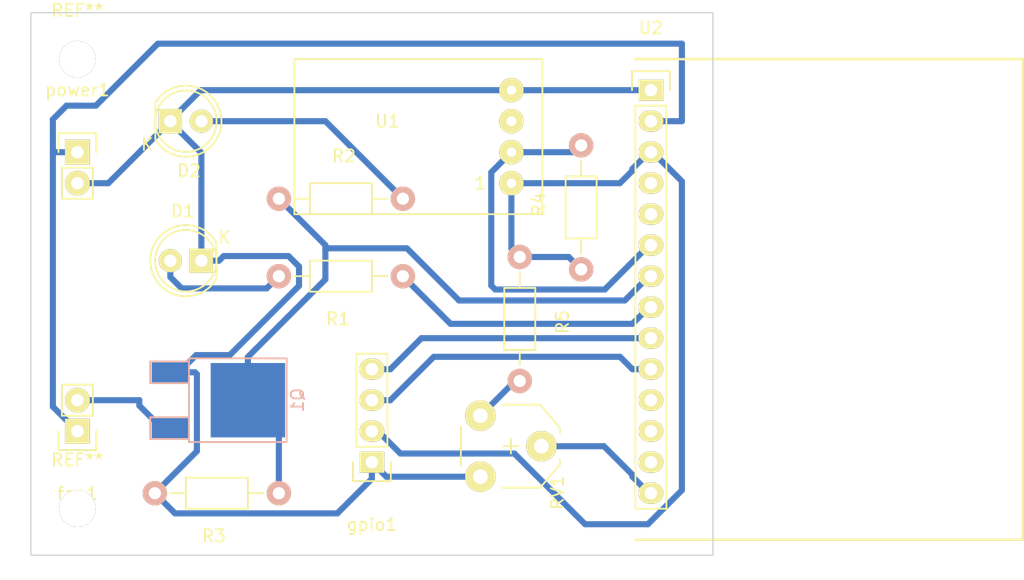
<source format=kicad_pcb>
(kicad_pcb (version 4) (host pcbnew 4.0.4+e1-6308~48~ubuntu14.04.1-stable)

  (general
    (links 0)
    (no_connects 0)
    (area 134.466667 90.119999 217.270001 134.670001)
    (thickness 1.6)
    (drawings 7)
    (tracks 116)
    (zones 0)
    (modules 16)
    (nets 14)
  )

  (page A4)
  (layers
    (0 F.Cu signal)
    (31 B.Cu signal)
    (32 B.Adhes user)
    (33 F.Adhes user)
    (34 B.Paste user)
    (35 F.Paste user)
    (36 B.SilkS user)
    (37 F.SilkS user)
    (38 B.Mask user)
    (39 F.Mask user)
    (40 Dwgs.User user)
    (41 Cmts.User user)
    (42 Eco1.User user)
    (43 Eco2.User user)
    (44 Edge.Cuts user)
    (45 Margin user)
    (46 B.CrtYd user)
    (47 F.CrtYd user)
    (48 B.Fab user)
    (49 F.Fab user)
  )

  (setup
    (last_trace_width 0.5)
    (trace_clearance 0.4)
    (zone_clearance 0.508)
    (zone_45_only no)
    (trace_min 0.2)
    (segment_width 0.2)
    (edge_width 0.1)
    (via_size 1.5)
    (via_drill 0.8)
    (via_min_size 0.4)
    (via_min_drill 0.3)
    (uvia_size 0.3)
    (uvia_drill 0.1)
    (uvias_allowed no)
    (uvia_min_size 0.2)
    (uvia_min_drill 0.1)
    (pcb_text_width 0.3)
    (pcb_text_size 1.5 1.5)
    (mod_edge_width 0.15)
    (mod_text_size 1 1)
    (mod_text_width 0.15)
    (pad_size 2 2)
    (pad_drill 0.762)
    (pad_to_mask_clearance 0)
    (aux_axis_origin 0 0)
    (visible_elements FFFFFF7F)
    (pcbplotparams
      (layerselection 0x01000_80000000)
      (usegerberextensions false)
      (excludeedgelayer true)
      (linewidth 0.100000)
      (plotframeref false)
      (viasonmask false)
      (mode 1)
      (useauxorigin false)
      (hpglpennumber 1)
      (hpglpenspeed 20)
      (hpglpendiameter 15)
      (hpglpenoverlay 2)
      (psnegative false)
      (psa4output false)
      (plotreference true)
      (plotvalue true)
      (plotinvisibletext false)
      (padsonsilk false)
      (subtractmaskfromsilk false)
      (outputformat 1)
      (mirror false)
      (drillshape 0)
      (scaleselection 1)
      (outputdirectory fab/))
  )

  (net 0 "")
  (net 1 Earth)
  (net 2 "Net-(D1-Pad2)")
  (net 3 "Net-(D2-Pad2)")
  (net 4 +12V)
  (net 5 +3V3)
  (net 6 /fan)
  (net 7 /status)
  (net 8 /dht11-data)
  (net 9 "Net-(R5-Pad2)")
  (net 10 "Net-(RV1-Pad2)")
  (net 11 "Net-(Q1-Pad1)")
  (net 12 "Net-(U2-Pad10)")
  (net 13 "Net-(U2-Pad9)")

  (net_class Default "This is the default net class."
    (clearance 0.4)
    (trace_width 0.5)
    (via_dia 1.5)
    (via_drill 0.8)
    (uvia_dia 0.3)
    (uvia_drill 0.1)
    (add_net +12V)
    (add_net +3V3)
    (add_net /dht11-data)
    (add_net /fan)
    (add_net /status)
    (add_net Earth)
    (add_net "Net-(D1-Pad2)")
    (add_net "Net-(D2-Pad2)")
    (add_net "Net-(Q1-Pad1)")
    (add_net "Net-(R5-Pad2)")
    (add_net "Net-(RV1-Pad2)")
    (add_net "Net-(U2-Pad10)")
    (add_net "Net-(U2-Pad9)")
  )

  (module Mounting_Holes:MountingHole_3mm (layer F.Cu) (tedit 0) (tstamp 57E63708)
    (at 139.7 130.81)
    (descr "Mounting hole, Befestigungsbohrung, 3mm, No Annular, Kein Restring,")
    (tags "Mounting hole, Befestigungsbohrung, 3mm, No Annular, Kein Restring,")
    (fp_text reference REF** (at 0 -4.0005) (layer F.SilkS)
      (effects (font (size 1 1) (thickness 0.15)))
    )
    (fp_text value MountingHole_3mm (at 1.00076 5.00126) (layer F.Fab)
      (effects (font (size 1 1) (thickness 0.15)))
    )
    (fp_circle (center 0 0) (end 3 0) (layer Cmts.User) (width 0.381))
    (pad 1 thru_hole circle (at 0 0) (size 3 3) (drill 3) (layers))
  )

  (module Resistors_ThroughHole:Resistor_Horizontal_RM10mm (layer F.Cu) (tedit 53F56209) (tstamp 57E12041)
    (at 175.9458 115.2652 270)
    (descr "Resistor, Axial,  RM 10mm, 1/3W,")
    (tags "Resistor, Axial, RM 10mm, 1/3W,")
    (path /57E12192)
    (fp_text reference R5 (at 0.24892 -3.50012 270) (layer F.SilkS)
      (effects (font (size 1 1) (thickness 0.15)))
    )
    (fp_text value R (at 3.81 3.81 270) (layer F.Fab)
      (effects (font (size 1 1) (thickness 0.15)))
    )
    (fp_line (start -2.54 -1.27) (end 2.54 -1.27) (layer F.SilkS) (width 0.15))
    (fp_line (start 2.54 -1.27) (end 2.54 1.27) (layer F.SilkS) (width 0.15))
    (fp_line (start 2.54 1.27) (end -2.54 1.27) (layer F.SilkS) (width 0.15))
    (fp_line (start -2.54 1.27) (end -2.54 -1.27) (layer F.SilkS) (width 0.15))
    (fp_line (start -2.54 0) (end -3.81 0) (layer F.SilkS) (width 0.15))
    (fp_line (start 2.54 0) (end 3.81 0) (layer F.SilkS) (width 0.15))
    (pad 1 thru_hole circle (at -5.08 0 270) (size 1.99898 1.99898) (drill 1.00076) (layers *.Cu *.SilkS *.Mask)
      (net 5 +3V3))
    (pad 2 thru_hole circle (at 5.08 0 270) (size 1.99898 1.99898) (drill 1.00076) (layers *.Cu *.SilkS *.Mask)
      (net 9 "Net-(R5-Pad2)"))
    (model Resistors_ThroughHole.3dshapes/Resistor_Horizontal_RM10mm.wrl
      (at (xyz 0 0 0))
      (scale (xyz 0.4 0.4 0.4))
      (rotate (xyz 0 0 0))
    )
  )

  (module Resistors_ThroughHole:Resistor_Horizontal_RM10mm (layer F.Cu) (tedit 53F56209) (tstamp 57E12035)
    (at 180.975 106.1212 90)
    (descr "Resistor, Axial,  RM 10mm, 1/3W,")
    (tags "Resistor, Axial, RM 10mm, 1/3W,")
    (path /57E123CE)
    (fp_text reference R4 (at 0.24892 -3.50012 90) (layer F.SilkS)
      (effects (font (size 1 1) (thickness 0.15)))
    )
    (fp_text value R (at 3.81 3.81 90) (layer F.Fab)
      (effects (font (size 1 1) (thickness 0.15)))
    )
    (fp_line (start -2.54 -1.27) (end 2.54 -1.27) (layer F.SilkS) (width 0.15))
    (fp_line (start 2.54 -1.27) (end 2.54 1.27) (layer F.SilkS) (width 0.15))
    (fp_line (start 2.54 1.27) (end -2.54 1.27) (layer F.SilkS) (width 0.15))
    (fp_line (start -2.54 1.27) (end -2.54 -1.27) (layer F.SilkS) (width 0.15))
    (fp_line (start -2.54 0) (end -3.81 0) (layer F.SilkS) (width 0.15))
    (fp_line (start 2.54 0) (end 3.81 0) (layer F.SilkS) (width 0.15))
    (pad 1 thru_hole circle (at -5.08 0 90) (size 1.99898 1.99898) (drill 1.00076) (layers *.Cu *.SilkS *.Mask)
      (net 5 +3V3))
    (pad 2 thru_hole circle (at 5.08 0 90) (size 1.99898 1.99898) (drill 1.00076) (layers *.Cu *.SilkS *.Mask)
      (net 8 /dht11-data))
    (model Resistors_ThroughHole.3dshapes/Resistor_Horizontal_RM10mm.wrl
      (at (xyz 0 0 0))
      (scale (xyz 0.4 0.4 0.4))
      (rotate (xyz 0 0 0))
    )
  )

  (module LEDs:LED-5MM (layer F.Cu) (tedit 5570F7EA) (tstamp 57E11FB2)
    (at 149.86 110.49 180)
    (descr "LED 5mm round vertical")
    (tags "LED 5mm round vertical")
    (path /57E11B9A)
    (fp_text reference D1 (at 1.524 4.064 180) (layer F.SilkS)
      (effects (font (size 1 1) (thickness 0.15)))
    )
    (fp_text value LED (at 1.524 -3.937 180) (layer F.Fab)
      (effects (font (size 1 1) (thickness 0.15)))
    )
    (fp_line (start -1.5 -1.55) (end -1.5 1.55) (layer F.CrtYd) (width 0.05))
    (fp_arc (start 1.3 0) (end -1.5 1.55) (angle -302) (layer F.CrtYd) (width 0.05))
    (fp_arc (start 1.27 0) (end -1.23 -1.5) (angle 297.5) (layer F.SilkS) (width 0.15))
    (fp_line (start -1.23 1.5) (end -1.23 -1.5) (layer F.SilkS) (width 0.15))
    (fp_circle (center 1.27 0) (end 0.97 -2.5) (layer F.SilkS) (width 0.15))
    (fp_text user K (at -1.905 1.905 180) (layer F.SilkS)
      (effects (font (size 1 1) (thickness 0.15)))
    )
    (pad 1 thru_hole rect (at 0 0 270) (size 2 1.9) (drill 1.00076) (layers *.Cu *.Mask F.SilkS)
      (net 1 Earth))
    (pad 2 thru_hole circle (at 2.54 0 180) (size 1.9 1.9) (drill 1.00076) (layers *.Cu *.Mask F.SilkS)
      (net 2 "Net-(D1-Pad2)"))
    (model LEDs.3dshapes/LED-5MM.wrl
      (at (xyz 0.05 0 0))
      (scale (xyz 1 1 1))
      (rotate (xyz 0 0 90))
    )
  )

  (module LEDs:LED-5MM (layer F.Cu) (tedit 5570F7EA) (tstamp 57E11FBE)
    (at 147.32 99.06)
    (descr "LED 5mm round vertical")
    (tags "LED 5mm round vertical")
    (path /57E11B2E)
    (fp_text reference D2 (at 1.524 4.064) (layer F.SilkS)
      (effects (font (size 1 1) (thickness 0.15)))
    )
    (fp_text value LED (at 1.524 -3.937) (layer F.Fab)
      (effects (font (size 1 1) (thickness 0.15)))
    )
    (fp_line (start -1.5 -1.55) (end -1.5 1.55) (layer F.CrtYd) (width 0.05))
    (fp_arc (start 1.3 0) (end -1.5 1.55) (angle -302) (layer F.CrtYd) (width 0.05))
    (fp_arc (start 1.27 0) (end -1.23 -1.5) (angle 297.5) (layer F.SilkS) (width 0.15))
    (fp_line (start -1.23 1.5) (end -1.23 -1.5) (layer F.SilkS) (width 0.15))
    (fp_circle (center 1.27 0) (end 0.97 -2.5) (layer F.SilkS) (width 0.15))
    (fp_text user K (at -1.905 1.905) (layer F.SilkS)
      (effects (font (size 1 1) (thickness 0.15)))
    )
    (pad 1 thru_hole rect (at 0 0 90) (size 2 1.9) (drill 1.00076) (layers *.Cu *.Mask F.SilkS)
      (net 1 Earth))
    (pad 2 thru_hole circle (at 2.54 0) (size 1.9 1.9) (drill 1.00076) (layers *.Cu *.Mask F.SilkS)
      (net 3 "Net-(D2-Pad2)"))
    (model LEDs.3dshapes/LED-5MM.wrl
      (at (xyz 0.05 0 0))
      (scale (xyz 1 1 1))
      (rotate (xyz 0 0 90))
    )
  )

  (module TO_SOT_Packages_SMD:TO-252-2Lead (layer B.Cu) (tedit 0) (tstamp 57E12005)
    (at 147.32 121.92 90)
    (descr "DPAK / TO-252 2-lead smd package")
    (tags "dpak TO-252")
    (path /57E11AD9)
    (attr smd)
    (fp_text reference Q1 (at 0 10.414 90) (layer B.SilkS)
      (effects (font (size 1 1) (thickness 0.15)) (justify mirror))
    )
    (fp_text value IRLR3715ZPBF (at 0 2.413 90) (layer B.Fab)
      (effects (font (size 1 1) (thickness 0.15)) (justify mirror))
    )
    (fp_line (start 1.397 1.524) (end 1.397 -1.651) (layer B.SilkS) (width 0.15))
    (fp_line (start 1.397 -1.651) (end 3.175 -1.651) (layer B.SilkS) (width 0.15))
    (fp_line (start 3.175 -1.651) (end 3.175 1.524) (layer B.SilkS) (width 0.15))
    (fp_line (start -3.175 1.524) (end -3.175 -1.651) (layer B.SilkS) (width 0.15))
    (fp_line (start -3.175 -1.651) (end -1.397 -1.651) (layer B.SilkS) (width 0.15))
    (fp_line (start -1.397 -1.651) (end -1.397 1.524) (layer B.SilkS) (width 0.15))
    (fp_line (start 3.429 7.62) (end 3.429 1.524) (layer B.SilkS) (width 0.15))
    (fp_line (start 3.429 1.524) (end -3.429 1.524) (layer B.SilkS) (width 0.15))
    (fp_line (start -3.429 1.524) (end -3.429 9.398) (layer B.SilkS) (width 0.15))
    (fp_line (start -3.429 9.525) (end 3.429 9.525) (layer B.SilkS) (width 0.15))
    (fp_line (start 3.429 9.398) (end 3.429 7.62) (layer B.SilkS) (width 0.15))
    (pad 1 smd rect (at -2.286 0 90) (size 1.651 3.048) (layers B.Cu B.Paste B.Mask)
      (net 11 "Net-(Q1-Pad1)"))
    (pad 2 smd rect (at 0 6.35 90) (size 6.096 6.096) (layers B.Cu B.Paste B.Mask)
      (net 6 /fan))
    (pad 3 smd rect (at 2.286 0 90) (size 1.651 3.048) (layers B.Cu B.Paste B.Mask)
      (net 1 Earth))
    (model TO_SOT_Packages_SMD.3dshapes/TO-252-2Lead.wrl
      (at (xyz 0 0 0))
      (scale (xyz 1 1 1))
      (rotate (xyz 0 0 0))
    )
  )

  (module Resistors_ThroughHole:Resistor_Horizontal_RM10mm (layer F.Cu) (tedit 53F56209) (tstamp 57E12011)
    (at 161.29 111.76 180)
    (descr "Resistor, Axial,  RM 10mm, 1/3W,")
    (tags "Resistor, Axial, RM 10mm, 1/3W,")
    (path /57E12071)
    (fp_text reference R1 (at 0.24892 -3.50012 180) (layer F.SilkS)
      (effects (font (size 1 1) (thickness 0.15)))
    )
    (fp_text value R (at 3.81 3.81 180) (layer F.Fab)
      (effects (font (size 1 1) (thickness 0.15)))
    )
    (fp_line (start -2.54 -1.27) (end 2.54 -1.27) (layer F.SilkS) (width 0.15))
    (fp_line (start 2.54 -1.27) (end 2.54 1.27) (layer F.SilkS) (width 0.15))
    (fp_line (start 2.54 1.27) (end -2.54 1.27) (layer F.SilkS) (width 0.15))
    (fp_line (start -2.54 1.27) (end -2.54 -1.27) (layer F.SilkS) (width 0.15))
    (fp_line (start -2.54 0) (end -3.81 0) (layer F.SilkS) (width 0.15))
    (fp_line (start 2.54 0) (end 3.81 0) (layer F.SilkS) (width 0.15))
    (pad 1 thru_hole circle (at -5.08 0 180) (size 1.99898 1.99898) (drill 1.00076) (layers *.Cu *.SilkS *.Mask)
      (net 7 /status))
    (pad 2 thru_hole circle (at 5.08 0 180) (size 1.99898 1.99898) (drill 1.00076) (layers *.Cu *.SilkS *.Mask)
      (net 2 "Net-(D1-Pad2)"))
    (model Resistors_ThroughHole.3dshapes/Resistor_Horizontal_RM10mm.wrl
      (at (xyz 0 0 0))
      (scale (xyz 0.4 0.4 0.4))
      (rotate (xyz 0 0 0))
    )
  )

  (module Resistors_ThroughHole:Resistor_Horizontal_RM10mm (layer F.Cu) (tedit 53F56209) (tstamp 57E1201D)
    (at 161.29 105.41)
    (descr "Resistor, Axial,  RM 10mm, 1/3W,")
    (tags "Resistor, Axial, RM 10mm, 1/3W,")
    (path /57E12108)
    (fp_text reference R2 (at 0.24892 -3.50012) (layer F.SilkS)
      (effects (font (size 1 1) (thickness 0.15)))
    )
    (fp_text value R (at 3.81 3.81) (layer F.Fab)
      (effects (font (size 1 1) (thickness 0.15)))
    )
    (fp_line (start -2.54 -1.27) (end 2.54 -1.27) (layer F.SilkS) (width 0.15))
    (fp_line (start 2.54 -1.27) (end 2.54 1.27) (layer F.SilkS) (width 0.15))
    (fp_line (start 2.54 1.27) (end -2.54 1.27) (layer F.SilkS) (width 0.15))
    (fp_line (start -2.54 1.27) (end -2.54 -1.27) (layer F.SilkS) (width 0.15))
    (fp_line (start -2.54 0) (end -3.81 0) (layer F.SilkS) (width 0.15))
    (fp_line (start 2.54 0) (end 3.81 0) (layer F.SilkS) (width 0.15))
    (pad 1 thru_hole circle (at -5.08 0) (size 1.99898 1.99898) (drill 1.00076) (layers *.Cu *.SilkS *.Mask)
      (net 6 /fan))
    (pad 2 thru_hole circle (at 5.08 0) (size 1.99898 1.99898) (drill 1.00076) (layers *.Cu *.SilkS *.Mask)
      (net 3 "Net-(D2-Pad2)"))
    (model Resistors_ThroughHole.3dshapes/Resistor_Horizontal_RM10mm.wrl
      (at (xyz 0 0 0))
      (scale (xyz 0.4 0.4 0.4))
      (rotate (xyz 0 0 0))
    )
  )

  (module Resistors_ThroughHole:Resistor_Horizontal_RM10mm (layer F.Cu) (tedit 53F56209) (tstamp 57E12029)
    (at 151.13 129.54 180)
    (descr "Resistor, Axial,  RM 10mm, 1/3W,")
    (tags "Resistor, Axial, RM 10mm, 1/3W,")
    (path /57E1220B)
    (fp_text reference R3 (at 0.24892 -3.50012 180) (layer F.SilkS)
      (effects (font (size 1 1) (thickness 0.15)))
    )
    (fp_text value R (at 3.81 3.81 180) (layer F.Fab)
      (effects (font (size 1 1) (thickness 0.15)))
    )
    (fp_line (start -2.54 -1.27) (end 2.54 -1.27) (layer F.SilkS) (width 0.15))
    (fp_line (start 2.54 -1.27) (end 2.54 1.27) (layer F.SilkS) (width 0.15))
    (fp_line (start 2.54 1.27) (end -2.54 1.27) (layer F.SilkS) (width 0.15))
    (fp_line (start -2.54 1.27) (end -2.54 -1.27) (layer F.SilkS) (width 0.15))
    (fp_line (start -2.54 0) (end -3.81 0) (layer F.SilkS) (width 0.15))
    (fp_line (start 2.54 0) (end 3.81 0) (layer F.SilkS) (width 0.15))
    (pad 1 thru_hole circle (at -5.08 0 180) (size 1.99898 1.99898) (drill 1.00076) (layers *.Cu *.SilkS *.Mask)
      (net 6 /fan))
    (pad 2 thru_hole circle (at 5.08 0 180) (size 1.99898 1.99898) (drill 1.00076) (layers *.Cu *.SilkS *.Mask)
      (net 1 Earth))
    (model Resistors_ThroughHole.3dshapes/Resistor_Horizontal_RM10mm.wrl
      (at (xyz 0 0 0))
      (scale (xyz 0.4 0.4 0.4))
      (rotate (xyz 0 0 0))
    )
  )

  (module Potentiometers:Potentiometer_VishaySpectrol-Econtrim-Type36M (layer F.Cu) (tedit 5446FD75) (tstamp 57E12052)
    (at 172.72 123.19 270)
    (descr "Potentiometer, Trimmer, Spectrol Type 36M, Econtrim, Rev A, 02 Aug 2010,")
    (tags "Potentiometer, Trimmer, Spectrol Type 36M, Econtrim, Rev A, 02 Aug 2010,")
    (path /57E12016)
    (fp_text reference RV1 (at 6.30936 -6.30936 270) (layer F.SilkS)
      (effects (font (size 1 1) (thickness 0.15)))
    )
    (fp_text value POT (at 2.49936 3.85064 270) (layer F.Fab)
      (effects (font (size 1 1) (thickness 0.15)))
    )
    (fp_line (start 3.0988 -2.49936) (end 1.89992 -2.49936) (layer F.SilkS) (width 0.15))
    (fp_line (start 2.49936 -3.0988) (end 2.49936 -1.89992) (layer F.SilkS) (width 0.15))
    (fp_line (start 1.39954 -6.49986) (end 0.99822 -6.49986) (layer F.SilkS) (width 0.15))
    (fp_line (start 0.99822 -6.49986) (end -0.9017 -4.89966) (layer F.SilkS) (width 0.15))
    (fp_line (start -0.9017 -4.89966) (end -0.9017 -1.79832) (layer F.SilkS) (width 0.15))
    (fp_line (start 3.59918 -6.49986) (end 4.0005 -6.49986) (layer F.SilkS) (width 0.15))
    (fp_line (start 4.0005 -6.49986) (end 5.90042 -4.89966) (layer F.SilkS) (width 0.15))
    (fp_line (start 5.90042 -4.89966) (end 5.90042 -1.79832) (layer F.SilkS) (width 0.15))
    (fp_line (start 2.49936 1.6002) (end 0.89916 1.6002) (layer F.SilkS) (width 0.15))
    (fp_line (start 2.49936 1.6002) (end 4.09956 1.6002) (layer F.SilkS) (width 0.15))
    (pad 2 thru_hole circle (at 2.49936 -4.99872 270) (size 2.49936 2.49936) (drill 1.19888) (layers *.Cu *.Mask F.SilkS)
      (net 10 "Net-(RV1-Pad2)"))
    (pad 3 thru_hole circle (at 4.99872 0 270) (size 2.49936 2.49936) (drill 1.19888) (layers *.Cu *.Mask F.SilkS)
      (net 1 Earth))
    (pad 1 thru_hole circle (at 0 0 270) (size 2.49936 2.49936) (drill 1.19888) (layers *.Cu *.Mask F.SilkS)
      (net 9 "Net-(R5-Pad2)"))
  )

  (module Pin_Headers:Pin_Header_Straight_1x14 (layer F.Cu) (tedit 0) (tstamp 57E1206F)
    (at 186.69 96.52)
    (descr "Through hole pin header")
    (tags "pin header")
    (path /57E11A3B)
    (fp_text reference U2 (at 0 -5.1) (layer F.SilkS)
      (effects (font (size 1 1) (thickness 0.15)))
    )
    (fp_text value esp8266-breakout (at 0 -3.1) (layer F.Fab)
      (effects (font (size 1 1) (thickness 0.15)))
    )
    (fp_line (start -1.75 -1.75) (end -1.75 34.8) (layer F.CrtYd) (width 0.05))
    (fp_line (start 1.75 -1.75) (end 1.75 34.8) (layer F.CrtYd) (width 0.05))
    (fp_line (start -1.75 -1.75) (end 1.75 -1.75) (layer F.CrtYd) (width 0.05))
    (fp_line (start -1.75 34.8) (end 1.75 34.8) (layer F.CrtYd) (width 0.05))
    (fp_line (start -1.27 1.27) (end -1.27 34.29) (layer F.SilkS) (width 0.15))
    (fp_line (start -1.27 34.29) (end 1.27 34.29) (layer F.SilkS) (width 0.15))
    (fp_line (start 1.27 34.29) (end 1.27 1.27) (layer F.SilkS) (width 0.15))
    (fp_line (start 1.55 -1.55) (end 1.55 0) (layer F.SilkS) (width 0.15))
    (fp_line (start 1.27 1.27) (end -1.27 1.27) (layer F.SilkS) (width 0.15))
    (fp_line (start -1.55 0) (end -1.55 -1.55) (layer F.SilkS) (width 0.15))
    (fp_line (start -1.55 -1.55) (end 1.55 -1.55) (layer F.SilkS) (width 0.15))
    (pad 1 thru_hole rect (at 0 0) (size 2.032 1.7272) (drill 1.016) (layers *.Cu *.Mask F.SilkS)
      (net 1 Earth))
    (pad 2 thru_hole oval (at 0 2.54) (size 2.032 1.7272) (drill 1.016) (layers *.Cu *.Mask F.SilkS)
      (net 4 +12V))
    (pad 3 thru_hole oval (at 0 5.08) (size 2.032 1.7272) (drill 1.016) (layers *.Cu *.Mask F.SilkS)
      (net 5 +3V3))
    (pad 4 thru_hole oval (at 0 7.62) (size 2.032 1.7272) (drill 1.016) (layers *.Cu *.Mask F.SilkS))
    (pad 5 thru_hole oval (at 0 10.16) (size 2.032 1.7272) (drill 1.016) (layers *.Cu *.Mask F.SilkS))
    (pad 6 thru_hole oval (at 0 12.7) (size 2.032 1.7272) (drill 1.016) (layers *.Cu *.Mask F.SilkS)
      (net 8 /dht11-data))
    (pad 7 thru_hole oval (at 0 15.24) (size 2.032 1.7272) (drill 1.016) (layers *.Cu *.Mask F.SilkS)
      (net 6 /fan))
    (pad 8 thru_hole oval (at 0 17.78) (size 2.032 1.7272) (drill 1.016) (layers *.Cu *.Mask F.SilkS)
      (net 7 /status))
    (pad 9 thru_hole oval (at 0 20.32) (size 2.032 1.7272) (drill 1.016) (layers *.Cu *.Mask F.SilkS)
      (net 13 "Net-(U2-Pad9)"))
    (pad 10 thru_hole oval (at 0 22.86) (size 2.032 1.7272) (drill 1.016) (layers *.Cu *.Mask F.SilkS)
      (net 12 "Net-(U2-Pad10)"))
    (pad 11 thru_hole oval (at 0 25.4) (size 2.032 1.7272) (drill 1.016) (layers *.Cu *.Mask F.SilkS))
    (pad 12 thru_hole oval (at 0 27.94) (size 2.032 1.7272) (drill 1.016) (layers *.Cu *.Mask F.SilkS))
    (pad 13 thru_hole oval (at 0 30.48) (size 2.032 1.7272) (drill 1.016) (layers *.Cu *.Mask F.SilkS))
    (pad 14 thru_hole oval (at 0 33.02) (size 2.032 1.7272) (drill 1.016) (layers *.Cu *.Mask F.SilkS)
      (net 10 "Net-(RV1-Pad2)"))
    (model Pin_Headers.3dshapes/Pin_Header_Straight_1x14.wrl
      (at (xyz 0 -0.65 0))
      (scale (xyz 1 1 1))
      (rotate (xyz 0 0 90))
    )
  )

  (module Pin_Headers:Pin_Header_Straight_1x02 (layer F.Cu) (tedit 54EA090C) (tstamp 57E121CC)
    (at 139.7 124.46 180)
    (descr "Through hole pin header")
    (tags "pin header")
    (path /57E11E2B)
    (fp_text reference fan1 (at 0 -5.1 180) (layer F.SilkS)
      (effects (font (size 1 1) (thickness 0.15)))
    )
    (fp_text value CONN_01X02 (at 0 -3.1 180) (layer F.Fab)
      (effects (font (size 1 1) (thickness 0.15)))
    )
    (fp_line (start 1.27 1.27) (end 1.27 3.81) (layer F.SilkS) (width 0.15))
    (fp_line (start 1.55 -1.55) (end 1.55 0) (layer F.SilkS) (width 0.15))
    (fp_line (start -1.75 -1.75) (end -1.75 4.3) (layer F.CrtYd) (width 0.05))
    (fp_line (start 1.75 -1.75) (end 1.75 4.3) (layer F.CrtYd) (width 0.05))
    (fp_line (start -1.75 -1.75) (end 1.75 -1.75) (layer F.CrtYd) (width 0.05))
    (fp_line (start -1.75 4.3) (end 1.75 4.3) (layer F.CrtYd) (width 0.05))
    (fp_line (start 1.27 1.27) (end -1.27 1.27) (layer F.SilkS) (width 0.15))
    (fp_line (start -1.55 0) (end -1.55 -1.55) (layer F.SilkS) (width 0.15))
    (fp_line (start -1.55 -1.55) (end 1.55 -1.55) (layer F.SilkS) (width 0.15))
    (fp_line (start -1.27 1.27) (end -1.27 3.81) (layer F.SilkS) (width 0.15))
    (fp_line (start -1.27 3.81) (end 1.27 3.81) (layer F.SilkS) (width 0.15))
    (pad 1 thru_hole rect (at 0 0 180) (size 2.032 2.032) (drill 1.016) (layers *.Cu *.Mask F.SilkS)
      (net 4 +12V))
    (pad 2 thru_hole oval (at 0 2.54 180) (size 2.032 2.032) (drill 1.016) (layers *.Cu *.Mask F.SilkS)
      (net 11 "Net-(Q1-Pad1)"))
    (model Pin_Headers.3dshapes/Pin_Header_Straight_1x02.wrl
      (at (xyz 0 -0.05 0))
      (scale (xyz 1 1 1))
      (rotate (xyz 0 0 90))
    )
  )

  (module Pin_Headers:Pin_Header_Straight_1x04 (layer F.Cu) (tedit 0) (tstamp 57E121DF)
    (at 163.83 127 180)
    (descr "Through hole pin header")
    (tags "pin header")
    (path /57E12D7B)
    (fp_text reference gpio1 (at 0 -5.1 180) (layer F.SilkS)
      (effects (font (size 1 1) (thickness 0.15)))
    )
    (fp_text value CONN_01X04 (at 0 -3.1 180) (layer F.Fab)
      (effects (font (size 1 1) (thickness 0.15)))
    )
    (fp_line (start -1.75 -1.75) (end -1.75 9.4) (layer F.CrtYd) (width 0.05))
    (fp_line (start 1.75 -1.75) (end 1.75 9.4) (layer F.CrtYd) (width 0.05))
    (fp_line (start -1.75 -1.75) (end 1.75 -1.75) (layer F.CrtYd) (width 0.05))
    (fp_line (start -1.75 9.4) (end 1.75 9.4) (layer F.CrtYd) (width 0.05))
    (fp_line (start -1.27 1.27) (end -1.27 8.89) (layer F.SilkS) (width 0.15))
    (fp_line (start 1.27 1.27) (end 1.27 8.89) (layer F.SilkS) (width 0.15))
    (fp_line (start 1.55 -1.55) (end 1.55 0) (layer F.SilkS) (width 0.15))
    (fp_line (start -1.27 8.89) (end 1.27 8.89) (layer F.SilkS) (width 0.15))
    (fp_line (start 1.27 1.27) (end -1.27 1.27) (layer F.SilkS) (width 0.15))
    (fp_line (start -1.55 0) (end -1.55 -1.55) (layer F.SilkS) (width 0.15))
    (fp_line (start -1.55 -1.55) (end 1.55 -1.55) (layer F.SilkS) (width 0.15))
    (pad 1 thru_hole rect (at 0 0 180) (size 2.032 1.7272) (drill 1.016) (layers *.Cu *.Mask F.SilkS)
      (net 1 Earth))
    (pad 2 thru_hole oval (at 0 2.54 180) (size 2.032 1.7272) (drill 1.016) (layers *.Cu *.Mask F.SilkS)
      (net 5 +3V3))
    (pad 3 thru_hole oval (at 0 5.08 180) (size 2.032 1.7272) (drill 1.016) (layers *.Cu *.Mask F.SilkS)
      (net 12 "Net-(U2-Pad10)"))
    (pad 4 thru_hole oval (at 0 7.62 180) (size 2.032 1.7272) (drill 1.016) (layers *.Cu *.Mask F.SilkS)
      (net 13 "Net-(U2-Pad9)"))
    (model Pin_Headers.3dshapes/Pin_Header_Straight_1x04.wrl
      (at (xyz 0 -0.15 0))
      (scale (xyz 1 1 1))
      (rotate (xyz 0 0 90))
    )
  )

  (module Pin_Headers:Pin_Header_Straight_1x02 (layer F.Cu) (tedit 54EA090C) (tstamp 57E121F0)
    (at 139.7 101.6)
    (descr "Through hole pin header")
    (tags "pin header")
    (path /57E11DE8)
    (fp_text reference power1 (at 0 -5.1) (layer F.SilkS)
      (effects (font (size 1 1) (thickness 0.15)))
    )
    (fp_text value CONN_01X02 (at 0 -3.1) (layer F.Fab)
      (effects (font (size 1 1) (thickness 0.15)))
    )
    (fp_line (start 1.27 1.27) (end 1.27 3.81) (layer F.SilkS) (width 0.15))
    (fp_line (start 1.55 -1.55) (end 1.55 0) (layer F.SilkS) (width 0.15))
    (fp_line (start -1.75 -1.75) (end -1.75 4.3) (layer F.CrtYd) (width 0.05))
    (fp_line (start 1.75 -1.75) (end 1.75 4.3) (layer F.CrtYd) (width 0.05))
    (fp_line (start -1.75 -1.75) (end 1.75 -1.75) (layer F.CrtYd) (width 0.05))
    (fp_line (start -1.75 4.3) (end 1.75 4.3) (layer F.CrtYd) (width 0.05))
    (fp_line (start 1.27 1.27) (end -1.27 1.27) (layer F.SilkS) (width 0.15))
    (fp_line (start -1.55 0) (end -1.55 -1.55) (layer F.SilkS) (width 0.15))
    (fp_line (start -1.55 -1.55) (end 1.55 -1.55) (layer F.SilkS) (width 0.15))
    (fp_line (start -1.27 1.27) (end -1.27 3.81) (layer F.SilkS) (width 0.15))
    (fp_line (start -1.27 3.81) (end 1.27 3.81) (layer F.SilkS) (width 0.15))
    (pad 1 thru_hole rect (at 0 0) (size 2.032 2.032) (drill 1.016) (layers *.Cu *.Mask F.SilkS)
      (net 4 +12V))
    (pad 2 thru_hole oval (at 0 2.54) (size 2.032 2.032) (drill 1.016) (layers *.Cu *.Mask F.SilkS)
      (net 1 Earth))
    (model Pin_Headers.3dshapes/Pin_Header_Straight_1x02.wrl
      (at (xyz 0 -0.05 0))
      (scale (xyz 1 1 1))
      (rotate (xyz 0 0 90))
    )
  )

  (module fp:dht11 (layer F.Cu) (tedit 57E1239F) (tstamp 57E47D14)
    (at 175.26 93.98 180)
    (path /57E11C1F)
    (fp_text reference U1 (at 10.16 -5.08 180) (layer F.SilkS)
      (effects (font (size 1 1) (thickness 0.15)))
    )
    (fp_text value dht11 (at 10.16 -7.62 180) (layer F.Fab)
      (effects (font (size 1 1) (thickness 0.15)))
    )
    (fp_text user 1 (at 2.54 -10.16 180) (layer F.SilkS)
      (effects (font (size 1 1) (thickness 0.15)))
    )
    (fp_line (start -2.54 -12.7) (end -2.54 0) (layer F.SilkS) (width 0.15))
    (fp_line (start -2.54 0) (end 2.54 0) (layer F.SilkS) (width 0.15))
    (fp_line (start 2.54 0) (end 17.78 0) (layer F.SilkS) (width 0.15))
    (fp_line (start 17.78 0) (end 17.78 -12.7) (layer F.SilkS) (width 0.15))
    (fp_line (start 17.78 -12.7) (end -2.54 -12.7) (layer F.SilkS) (width 0.15))
    (pad 1 thru_hole circle (at 0 -10.16 180) (size 2 2) (drill 0.762) (layers *.Cu *.Mask F.SilkS)
      (net 5 +3V3))
    (pad 2 thru_hole circle (at 0 -7.62 180) (size 2 2) (drill 0.762) (layers *.Cu *.Mask F.SilkS)
      (net 8 /dht11-data))
    (pad 3 thru_hole circle (at 0 -5.08 180) (size 2 2) (drill 0.8) (layers *.Cu *.Mask F.SilkS))
    (pad 4 thru_hole circle (at 0 -2.54 180) (size 2 2) (drill 0.762) (layers *.Cu *.Mask F.SilkS)
      (net 1 Earth))
  )

  (module Mounting_Holes:MountingHole_3mm (layer F.Cu) (tedit 0) (tstamp 57E63706)
    (at 139.7 93.98)
    (descr "Mounting hole, Befestigungsbohrung, 3mm, No Annular, Kein Restring,")
    (tags "Mounting hole, Befestigungsbohrung, 3mm, No Annular, Kein Restring,")
    (fp_text reference REF** (at 0 -4.0005) (layer F.SilkS)
      (effects (font (size 1 1) (thickness 0.15)))
    )
    (fp_text value MountingHole_3mm (at 1.00076 5.00126) (layer F.Fab)
      (effects (font (size 1 1) (thickness 0.15)))
    )
    (fp_circle (center 0 0) (end 3 0) (layer Cmts.User) (width 0.381))
    (pad 1 thru_hole circle (at 0 0) (size 3 3) (drill 3) (layers))
  )

  (gr_line (start 135.89 134.62) (end 135.89 90.17) (layer Edge.Cuts) (width 0.1))
  (gr_line (start 191.77 134.62) (end 135.89 134.62) (layer Edge.Cuts) (width 0.1))
  (gr_line (start 191.77 90.17) (end 191.77 134.62) (layer Edge.Cuts) (width 0.1))
  (gr_line (start 135.89 90.17) (end 191.77 90.17) (layer Edge.Cuts) (width 0.1))
  (gr_line (start 217.17 133.35) (end 185.42 133.35) (angle 90) (layer F.SilkS) (width 0.2))
  (gr_line (start 217.17 93.98) (end 217.17 133.35) (angle 90) (layer F.SilkS) (width 0.2))
  (gr_line (start 185.42 93.98) (end 217.17 93.98) (angle 90) (layer F.SilkS) (width 0.2))

  (segment (start 139.7 104.14) (end 142.24 104.14) (width 0.5) (layer B.Cu) (net 1))
  (segment (start 142.24 104.14) (end 146.05 100.33) (width 0.5) (layer B.Cu) (net 1))
  (segment (start 146.05 100.33) (end 147.32 99.06) (width 0.5) (layer B.Cu) (net 1))
  (segment (start 149.86 110.49) (end 151.31 110.49) (width 0.5) (layer B.Cu) (net 1))
  (segment (start 151.31 110.49) (end 151.689491 110.110509) (width 0.5) (layer B.Cu) (net 1))
  (segment (start 151.689491 110.110509) (end 157.001757 110.110509) (width 0.5) (layer B.Cu) (net 1))
  (segment (start 157.001757 110.110509) (end 157.859491 110.968243) (width 0.5) (layer B.Cu) (net 1))
  (segment (start 157.859491 110.968243) (end 157.859491 112.551757) (width 0.5) (layer B.Cu) (net 1))
  (segment (start 148.0185 119.634) (end 147.32 119.634) (width 0.5) (layer B.Cu) (net 1))
  (segment (start 157.859491 112.551757) (end 152.189249 118.221999) (width 0.5) (layer B.Cu) (net 1))
  (segment (start 152.189249 118.221999) (end 149.430501 118.221999) (width 0.5) (layer B.Cu) (net 1))
  (segment (start 149.430501 118.221999) (end 148.0185 119.634) (width 0.5) (layer B.Cu) (net 1))
  (segment (start 175.26 96.52) (end 149.81 96.52) (width 0.5) (layer B.Cu) (net 1))
  (segment (start 149.81 96.52) (end 147.32 99.01) (width 0.5) (layer B.Cu) (net 1))
  (segment (start 147.32 99.01) (end 147.32 99.06) (width 0.5) (layer B.Cu) (net 1))
  (segment (start 149.86 110.49) (end 149.86 101.65) (width 0.5) (layer B.Cu) (net 1))
  (segment (start 149.86 101.65) (end 147.32 99.11) (width 0.5) (layer B.Cu) (net 1))
  (segment (start 147.32 99.11) (end 147.32 99.06) (width 0.5) (layer B.Cu) (net 1))
  (segment (start 163.83 127) (end 163.83 128.3636) (width 0.5) (layer B.Cu) (net 1))
  (segment (start 163.83 128.3636) (end 161.004109 131.189491) (width 0.5) (layer B.Cu) (net 1))
  (segment (start 161.004109 131.189491) (end 147.699491 131.189491) (width 0.5) (layer B.Cu) (net 1))
  (segment (start 147.699491 131.189491) (end 147.049489 130.539489) (width 0.5) (layer B.Cu) (net 1))
  (segment (start 147.049489 130.539489) (end 146.05 129.54) (width 0.5) (layer B.Cu) (net 1))
  (segment (start 172.72 128.18872) (end 165.01872 128.18872) (width 0.5) (layer B.Cu) (net 1))
  (segment (start 165.01872 128.18872) (end 163.83 127) (width 0.5) (layer B.Cu) (net 1))
  (segment (start 147.32 119.634) (end 149.344 119.634) (width 0.5) (layer B.Cu) (net 1))
  (segment (start 149.494001 126.095999) (end 147.049489 128.540511) (width 0.5) (layer B.Cu) (net 1))
  (segment (start 149.344 119.634) (end 149.494001 119.784001) (width 0.5) (layer B.Cu) (net 1))
  (segment (start 147.049489 128.540511) (end 146.05 129.54) (width 0.5) (layer B.Cu) (net 1))
  (segment (start 149.494001 119.784001) (end 149.494001 126.095999) (width 0.5) (layer B.Cu) (net 1))
  (segment (start 186.69 96.52) (end 185.174 96.52) (width 0.5) (layer B.Cu) (net 1))
  (segment (start 185.174 96.52) (end 175.26 96.52) (width 0.5) (layer B.Cu) (net 1))
  (segment (start 156.21 111.76) (end 155.210511 112.759489) (width 0.5) (layer B.Cu) (net 2))
  (segment (start 155.210511 112.759489) (end 148.245987 112.759489) (width 0.5) (layer B.Cu) (net 2))
  (segment (start 148.245987 112.759489) (end 147.32 111.833502) (width 0.5) (layer B.Cu) (net 2))
  (segment (start 147.32 111.833502) (end 147.32 110.49) (width 0.5) (layer B.Cu) (net 2))
  (segment (start 149.86 99.06) (end 160.02 99.06) (width 0.5) (layer B.Cu) (net 3))
  (segment (start 160.02 99.06) (end 166.37 105.41) (width 0.5) (layer B.Cu) (net 3))
  (segment (start 137.6934 98.9076) (end 137.6934 101.6) (width 0.5) (layer B.Cu) (net 4))
  (segment (start 137.6934 101.6) (end 137.6934 122.4534) (width 0.5) (layer B.Cu) (net 4))
  (segment (start 139.7 101.6) (end 137.6934 101.6) (width 0.5) (layer B.Cu) (net 4))
  (segment (start 139.7 97.79) (end 138.811 97.79) (width 0.5) (layer B.Cu) (net 4))
  (segment (start 138.811 97.79) (end 137.6934 98.9076) (width 0.5) (layer B.Cu) (net 4))
  (segment (start 137.6934 122.4534) (end 139.7 124.46) (width 0.5) (layer B.Cu) (net 4))
  (segment (start 186.69 99.06) (end 189.23 99.06) (width 0.5) (layer B.Cu) (net 4))
  (segment (start 189.23 99.06) (end 189.23 92.71) (width 0.5) (layer B.Cu) (net 4))
  (segment (start 189.23 92.71) (end 146.296 92.71) (width 0.5) (layer B.Cu) (net 4))
  (segment (start 146.296 92.71) (end 141.216 97.79) (width 0.5) (layer B.Cu) (net 4))
  (segment (start 141.216 97.79) (end 139.7 97.79) (width 0.5) (layer B.Cu) (net 4))
  (segment (start 180.975 111.2012) (end 179.959 110.1852) (width 0.5) (layer B.Cu) (net 5))
  (segment (start 179.959 110.1852) (end 175.9458 110.1852) (width 0.5) (layer B.Cu) (net 5))
  (segment (start 175.26 104.14) (end 175.26 109.4994) (width 0.5) (layer B.Cu) (net 5))
  (segment (start 175.26 109.4994) (end 175.9458 110.1852) (width 0.5) (layer B.Cu) (net 5))
  (segment (start 189.23 129.292967) (end 189.23 103.9876) (width 0.5) (layer B.Cu) (net 5))
  (segment (start 189.23 103.9876) (end 186.8424 101.6) (width 0.5) (layer B.Cu) (net 5))
  (segment (start 186.8424 101.6) (end 186.69 101.6) (width 0.5) (layer B.Cu) (net 5))
  (segment (start 181.297831 132.08) (end 186.442967 132.08) (width 0.5) (layer B.Cu) (net 5))
  (segment (start 186.442967 132.08) (end 189.23 129.292967) (width 0.5) (layer B.Cu) (net 5))
  (segment (start 163.83 124.46) (end 164.339602 124.46) (width 0.5) (layer B.Cu) (net 5))
  (segment (start 164.339602 124.46) (end 166.168641 126.289039) (width 0.5) (layer B.Cu) (net 5))
  (segment (start 166.168641 126.289039) (end 175.50687 126.289039) (width 0.5) (layer B.Cu) (net 5))
  (segment (start 175.50687 126.289039) (end 181.297831 132.08) (width 0.5) (layer B.Cu) (net 5))
  (segment (start 175.26 104.14) (end 184.15 104.14) (width 0.5) (layer B.Cu) (net 5))
  (segment (start 185.174 102.9636) (end 186.5376 101.6) (width 0.5) (layer B.Cu) (net 5))
  (segment (start 184.15 104.14) (end 185.174 103.116) (width 0.5) (layer B.Cu) (net 5))
  (segment (start 185.174 103.116) (end 185.174 102.9636) (width 0.5) (layer B.Cu) (net 5))
  (segment (start 186.5376 101.6) (end 186.69 101.6) (width 0.5) (layer B.Cu) (net 5))
  (segment (start 166.7002 109.474) (end 160.02 109.474) (width 0.5) (layer B.Cu) (net 6))
  (segment (start 170.976902 113.750702) (end 166.7002 109.474) (width 0.5) (layer B.Cu) (net 6))
  (segment (start 186.69 111.76) (end 186.5376 111.76) (width 0.5) (layer B.Cu) (net 6))
  (segment (start 184.546898 113.750702) (end 170.976902 113.750702) (width 0.5) (layer B.Cu) (net 6))
  (segment (start 186.5376 111.76) (end 184.546898 113.750702) (width 0.5) (layer B.Cu) (net 6))
  (segment (start 160.02 109.22) (end 160.02 109.474) (width 0.5) (layer B.Cu) (net 6))
  (segment (start 160.02 109.474) (end 160.02 112.022) (width 0.5) (layer B.Cu) (net 6))
  (segment (start 156.21 105.41) (end 160.02 109.22) (width 0.5) (layer B.Cu) (net 6))
  (segment (start 160.02 112.022) (end 153.67 118.372) (width 0.5) (layer B.Cu) (net 6))
  (segment (start 153.67 118.372) (end 153.67 121.92) (width 0.5) (layer B.Cu) (net 6))
  (segment (start 156.21 129.54) (end 156.21 124.46) (width 0.5) (layer B.Cu) (net 6))
  (segment (start 156.21 124.46) (end 153.67 121.92) (width 0.5) (layer B.Cu) (net 6))
  (segment (start 186.69 114.3) (end 186.5376 114.3) (width 0.5) (layer B.Cu) (net 7))
  (segment (start 170.2736 115.6636) (end 167.369489 112.759489) (width 0.5) (layer B.Cu) (net 7))
  (segment (start 185.174 115.6636) (end 170.2736 115.6636) (width 0.5) (layer B.Cu) (net 7))
  (segment (start 186.5376 114.3) (end 185.174 115.6636) (width 0.5) (layer B.Cu) (net 7))
  (segment (start 167.369489 112.759489) (end 166.37 111.76) (width 0.5) (layer B.Cu) (net 7))
  (segment (start 173.937691 112.850691) (end 173.609999 112.522999) (width 0.5) (layer B.Cu) (net 8))
  (segment (start 173.609999 112.522999) (end 173.609999 103.250001) (width 0.5) (layer B.Cu) (net 8))
  (segment (start 173.609999 103.250001) (end 174.260001 102.599999) (width 0.5) (layer B.Cu) (net 8))
  (segment (start 174.260001 102.599999) (end 175.26 101.6) (width 0.5) (layer B.Cu) (net 8))
  (segment (start 186.5376 109.22) (end 182.906909 112.850691) (width 0.5) (layer B.Cu) (net 8))
  (segment (start 182.906909 112.850691) (end 173.937691 112.850691) (width 0.5) (layer B.Cu) (net 8))
  (segment (start 186.69 109.22) (end 186.5376 109.22) (width 0.5) (layer B.Cu) (net 8))
  (segment (start 175.26 101.6) (end 180.4162 101.6) (width 0.5) (layer B.Cu) (net 8))
  (segment (start 180.4162 101.6) (end 180.975 101.0412) (width 0.5) (layer B.Cu) (net 8))
  (segment (start 175.1838 101.5238) (end 175.26 101.6) (width 0.5) (layer B.Cu) (net 8))
  (segment (start 175.9458 120.3452) (end 175.5648 120.3452) (width 0.5) (layer B.Cu) (net 9))
  (segment (start 175.5648 120.3452) (end 172.72 123.19) (width 0.5) (layer B.Cu) (net 9))
  (segment (start 177.71872 125.68936) (end 182.83936 125.68936) (width 0.5) (layer B.Cu) (net 10))
  (segment (start 182.83936 125.68936) (end 185.174 128.024) (width 0.5) (layer B.Cu) (net 10))
  (segment (start 185.174 128.024) (end 185.174 128.1764) (width 0.5) (layer B.Cu) (net 10))
  (segment (start 185.174 128.1764) (end 186.5376 129.54) (width 0.5) (layer B.Cu) (net 10))
  (segment (start 186.5376 129.54) (end 186.69 129.54) (width 0.5) (layer B.Cu) (net 10))
  (segment (start 144.78 121.92) (end 144.78 122.3645) (width 0.5) (layer B.Cu) (net 11))
  (segment (start 144.78 122.3645) (end 146.6215 124.206) (width 0.5) (layer B.Cu) (net 11))
  (segment (start 146.6215 124.206) (end 147.32 124.206) (width 0.5) (layer B.Cu) (net 11))
  (segment (start 139.7 121.92) (end 144.78 121.92) (width 0.5) (layer B.Cu) (net 11))
  (segment (start 168.902 118.364) (end 184.158 118.364) (width 0.5) (layer B.Cu) (net 12))
  (segment (start 184.158 118.364) (end 185.174 119.38) (width 0.5) (layer B.Cu) (net 12))
  (segment (start 185.174 119.38) (end 186.69 119.38) (width 0.5) (layer B.Cu) (net 12))
  (segment (start 163.83 121.92) (end 165.346 121.92) (width 0.5) (layer B.Cu) (net 12))
  (segment (start 165.346 121.92) (end 168.902 118.364) (width 0.5) (layer B.Cu) (net 12))
  (segment (start 163.9824 121.92) (end 163.83 121.92) (width 0.5) (layer B.Cu) (net 12))
  (segment (start 163.83 119.38) (end 165.346 119.38) (width 0.5) (layer B.Cu) (net 13))
  (segment (start 165.346 119.38) (end 167.886 116.84) (width 0.5) (layer B.Cu) (net 13))
  (segment (start 167.886 116.84) (end 185.174 116.84) (width 0.5) (layer B.Cu) (net 13))
  (segment (start 185.174 116.84) (end 186.69 116.84) (width 0.5) (layer B.Cu) (net 13))
  (segment (start 186.5376 116.84) (end 186.69 116.84) (width 0.5) (layer B.Cu) (net 13))

)

</source>
